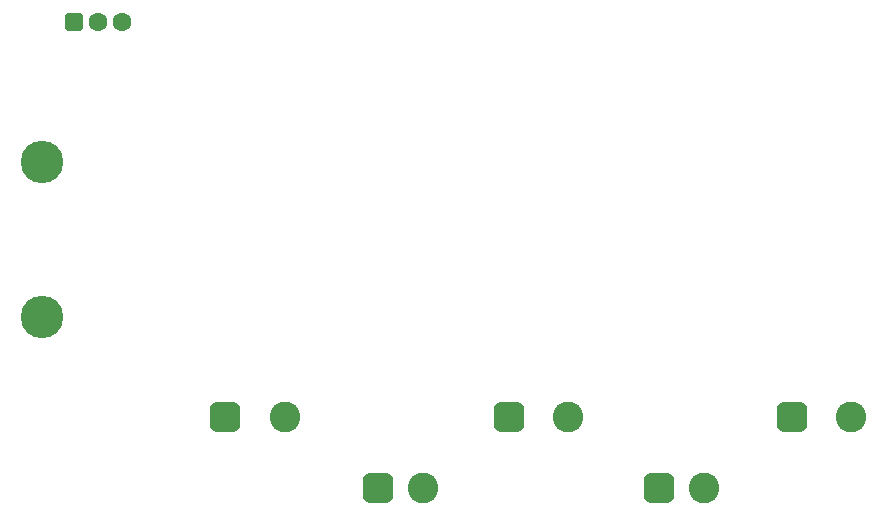
<source format=gbs>
G04*
G04 #@! TF.GenerationSoftware,Altium Limited,Altium Designer,23.4.1 (23)*
G04*
G04 Layer_Color=16711935*
%FSLAX44Y44*%
%MOMM*%
G71*
G04*
G04 #@! TF.SameCoordinates,36EB4F1C-18F9-40B5-A6F6-03420B47F260*
G04*
G04*
G04 #@! TF.FilePolarity,Negative*
G04*
G01*
G75*
G04:AMPARAMS|DCode=42|XSize=1.6mm|YSize=1.6mm|CornerRadius=0.425mm|HoleSize=0mm|Usage=FLASHONLY|Rotation=180.000|XOffset=0mm|YOffset=0mm|HoleType=Round|Shape=RoundedRectangle|*
%AMROUNDEDRECTD42*
21,1,1.6000,0.7500,0,0,180.0*
21,1,0.7500,1.6000,0,0,180.0*
1,1,0.8500,-0.3750,0.3750*
1,1,0.8500,0.3750,0.3750*
1,1,0.8500,0.3750,-0.3750*
1,1,0.8500,-0.3750,-0.3750*
%
%ADD42ROUNDEDRECTD42*%
%ADD43C,1.6000*%
G04:AMPARAMS|DCode=44|XSize=2.6mm|YSize=2.6mm|CornerRadius=0.675mm|HoleSize=0mm|Usage=FLASHONLY|Rotation=90.000|XOffset=0mm|YOffset=0mm|HoleType=Round|Shape=RoundedRectangle|*
%AMROUNDEDRECTD44*
21,1,2.6000,1.2500,0,0,90.0*
21,1,1.2500,2.6000,0,0,90.0*
1,1,1.3500,0.6250,0.6250*
1,1,1.3500,0.6250,-0.6250*
1,1,1.3500,-0.6250,-0.6250*
1,1,1.3500,-0.6250,0.6250*
%
%ADD44ROUNDEDRECTD44*%
%ADD45C,2.6000*%
%ADD46C,3.6000*%
D42*
X132150Y434000D02*
D03*
D43*
X152150D02*
D03*
X172150D02*
D03*
D44*
X389000Y40000D02*
D03*
X500000Y100001D02*
D03*
X627000Y40000D02*
D03*
X740000Y100001D02*
D03*
X260000Y100000D02*
D03*
D45*
X427100Y40000D02*
D03*
X550000Y100001D02*
D03*
X665100Y40000D02*
D03*
X790000Y100001D02*
D03*
X310000Y100000D02*
D03*
D46*
X105000Y184300D02*
D03*
Y315700D02*
D03*
M02*

</source>
